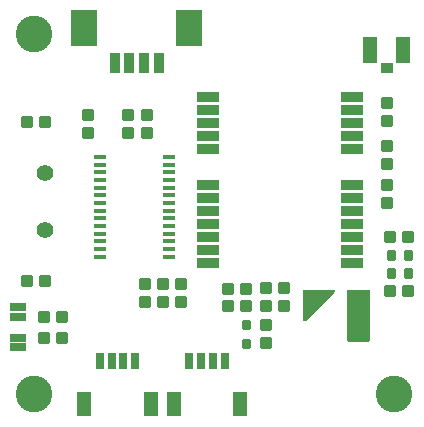
<source format=gbr>
G04 EAGLE Gerber RS-274X export*
G75*
%MOMM*%
%FSLAX34Y34*%
%LPD*%
%INSoldermask Top*%
%IPPOS*%
%AMOC8*
5,1,8,0,0,1.08239X$1,22.5*%
G01*
%ADD10C,3.101600*%
%ADD11C,0.326897*%
%ADD12C,0.280559*%
%ADD13R,0.701600X1.451600*%
%ADD14R,1.301600X2.101600*%
%ADD15R,1.371600X0.736600*%
%ADD16R,1.092200X0.406400*%
%ADD17C,1.422400*%
%ADD18R,1.901600X0.901600*%
%ADD19C,0.257809*%
%ADD20R,1.151600X2.301600*%
%ADD21R,1.101600X0.901600*%
%ADD22C,0.601600*%
%ADD23R,0.901600X1.701600*%
%ADD24R,2.201600X3.101600*%

G36*
X308467Y69087D02*
X308467Y69087D01*
X308503Y69084D01*
X308639Y69107D01*
X308775Y69123D01*
X308809Y69135D01*
X308844Y69140D01*
X308971Y69193D01*
X309101Y69240D01*
X309130Y69260D01*
X309163Y69273D01*
X309275Y69354D01*
X309390Y69429D01*
X309415Y69455D01*
X309443Y69475D01*
X309534Y69580D01*
X309629Y69679D01*
X309647Y69710D01*
X309670Y69736D01*
X309734Y69859D01*
X309804Y69977D01*
X309814Y70011D01*
X309831Y70043D01*
X309865Y70176D01*
X309906Y70308D01*
X309908Y70343D01*
X309917Y70377D01*
X309931Y70582D01*
X309931Y111582D01*
X309927Y111617D01*
X309930Y111653D01*
X309907Y111789D01*
X309891Y111925D01*
X309879Y111959D01*
X309874Y111994D01*
X309821Y112121D01*
X309774Y112251D01*
X309755Y112280D01*
X309741Y112313D01*
X309660Y112425D01*
X309585Y112540D01*
X309559Y112565D01*
X309539Y112593D01*
X309435Y112684D01*
X309335Y112779D01*
X309304Y112797D01*
X309278Y112820D01*
X309155Y112884D01*
X309037Y112954D01*
X309003Y112964D01*
X308971Y112981D01*
X308838Y113015D01*
X308706Y113056D01*
X308671Y113058D01*
X308637Y113067D01*
X308432Y113081D01*
X291432Y113081D01*
X291397Y113077D01*
X291361Y113080D01*
X291225Y113057D01*
X291089Y113041D01*
X291055Y113029D01*
X291020Y113024D01*
X290893Y112971D01*
X290763Y112924D01*
X290734Y112905D01*
X290701Y112891D01*
X290589Y112810D01*
X290474Y112735D01*
X290449Y112709D01*
X290421Y112689D01*
X290330Y112585D01*
X290235Y112485D01*
X290217Y112454D01*
X290194Y112428D01*
X290130Y112305D01*
X290060Y112187D01*
X290050Y112153D01*
X290033Y112121D01*
X289999Y111988D01*
X289958Y111856D01*
X289956Y111821D01*
X289947Y111787D01*
X289933Y111582D01*
X289933Y70582D01*
X289937Y70547D01*
X289934Y70511D01*
X289957Y70375D01*
X289973Y70239D01*
X289985Y70205D01*
X289990Y70170D01*
X290043Y70043D01*
X290090Y69913D01*
X290110Y69884D01*
X290123Y69851D01*
X290204Y69739D01*
X290279Y69624D01*
X290305Y69599D01*
X290325Y69571D01*
X290430Y69480D01*
X290529Y69385D01*
X290560Y69367D01*
X290586Y69344D01*
X290709Y69280D01*
X290827Y69210D01*
X290861Y69200D01*
X290893Y69183D01*
X291026Y69149D01*
X291158Y69108D01*
X291193Y69106D01*
X291227Y69097D01*
X291432Y69083D01*
X308432Y69083D01*
X308467Y69087D01*
G37*
G36*
X254434Y86089D02*
X254434Y86089D01*
X254503Y86084D01*
X254605Y86101D01*
X254710Y86109D01*
X254776Y86129D01*
X254844Y86140D01*
X254940Y86180D01*
X255040Y86211D01*
X255099Y86247D01*
X255163Y86273D01*
X255248Y86334D01*
X255337Y86387D01*
X255416Y86456D01*
X255443Y86475D01*
X255458Y86492D01*
X255492Y86522D01*
X279492Y110522D01*
X279557Y110604D01*
X279629Y110679D01*
X279664Y110739D01*
X279707Y110793D01*
X279751Y110887D01*
X279804Y110977D01*
X279824Y111043D01*
X279854Y111106D01*
X279875Y111208D01*
X279906Y111308D01*
X279911Y111377D01*
X279925Y111444D01*
X279922Y111548D01*
X279930Y111653D01*
X279918Y111721D01*
X279917Y111790D01*
X279890Y111891D01*
X279874Y111994D01*
X279847Y112058D01*
X279830Y112124D01*
X279781Y112217D01*
X279741Y112313D01*
X279700Y112369D01*
X279668Y112430D01*
X279600Y112509D01*
X279539Y112593D01*
X279486Y112639D01*
X279441Y112691D01*
X279356Y112752D01*
X279278Y112820D01*
X279216Y112852D01*
X279160Y112893D01*
X279064Y112932D01*
X278971Y112981D01*
X278905Y112998D01*
X278841Y113025D01*
X278738Y113041D01*
X278637Y113067D01*
X278533Y113074D01*
X278499Y113080D01*
X278477Y113078D01*
X278432Y113081D01*
X254432Y113081D01*
X254397Y113077D01*
X254361Y113080D01*
X254225Y113057D01*
X254089Y113041D01*
X254055Y113029D01*
X254020Y113024D01*
X253893Y112971D01*
X253763Y112924D01*
X253734Y112905D01*
X253701Y112891D01*
X253589Y112810D01*
X253474Y112735D01*
X253449Y112709D01*
X253421Y112689D01*
X253330Y112585D01*
X253235Y112485D01*
X253217Y112454D01*
X253194Y112428D01*
X253130Y112305D01*
X253060Y112187D01*
X253050Y112153D01*
X253033Y112121D01*
X252999Y111988D01*
X252958Y111856D01*
X252956Y111821D01*
X252947Y111787D01*
X252933Y111582D01*
X252933Y87582D01*
X252945Y87479D01*
X252947Y87374D01*
X252965Y87307D01*
X252973Y87239D01*
X253008Y87140D01*
X253034Y87040D01*
X253067Y86979D01*
X253090Y86913D01*
X253147Y86826D01*
X253196Y86734D01*
X253241Y86682D01*
X253279Y86624D01*
X253354Y86552D01*
X253423Y86473D01*
X253479Y86433D01*
X253529Y86385D01*
X253619Y86332D01*
X253704Y86271D01*
X253768Y86245D01*
X253827Y86210D01*
X253927Y86179D01*
X254023Y86140D01*
X254092Y86128D01*
X254158Y86108D01*
X254262Y86101D01*
X254365Y86084D01*
X254434Y86089D01*
G37*
D10*
X25000Y329800D03*
X25000Y25000D03*
X329800Y25000D03*
D11*
X22877Y251443D02*
X16239Y251443D01*
X16239Y258081D01*
X22877Y258081D01*
X22877Y251443D01*
X22877Y254549D02*
X16239Y254549D01*
X16239Y257655D02*
X22877Y257655D01*
X31479Y251443D02*
X38117Y251443D01*
X31479Y251443D02*
X31479Y258081D01*
X38117Y258081D01*
X38117Y251443D01*
X38117Y254549D02*
X31479Y254549D01*
X31479Y257655D02*
X38117Y257655D01*
X22877Y117077D02*
X16239Y117077D01*
X16239Y123715D01*
X22877Y123715D01*
X22877Y117077D01*
X22877Y120183D02*
X16239Y120183D01*
X16239Y123289D02*
X22877Y123289D01*
X31479Y117077D02*
X38117Y117077D01*
X31479Y117077D02*
X31479Y123715D01*
X38117Y123715D01*
X38117Y117077D01*
X38117Y120183D02*
X31479Y120183D01*
X31479Y123289D02*
X38117Y123289D01*
X233917Y102379D02*
X240555Y102379D01*
X240555Y95741D01*
X233917Y95741D01*
X233917Y102379D01*
X233917Y98847D02*
X240555Y98847D01*
X240555Y101953D02*
X233917Y101953D01*
X225315Y102379D02*
X218677Y102379D01*
X225315Y102379D02*
X225315Y95741D01*
X218677Y95741D01*
X218677Y102379D01*
X218677Y98847D02*
X225315Y98847D01*
X225315Y101953D02*
X218677Y101953D01*
X233917Y117365D02*
X240555Y117365D01*
X240555Y110727D01*
X233917Y110727D01*
X233917Y117365D01*
X233917Y113833D02*
X240555Y113833D01*
X240555Y116939D02*
X233917Y116939D01*
X225315Y117365D02*
X218677Y117365D01*
X225315Y117365D02*
X225315Y110727D01*
X218677Y110727D01*
X218677Y117365D01*
X218677Y113833D02*
X225315Y113833D01*
X225315Y116939D02*
X218677Y116939D01*
X193057Y95487D02*
X186419Y95487D01*
X186419Y102125D01*
X193057Y102125D01*
X193057Y95487D01*
X193057Y98593D02*
X186419Y98593D01*
X186419Y101699D02*
X193057Y101699D01*
X201659Y95487D02*
X208297Y95487D01*
X201659Y95487D02*
X201659Y102125D01*
X208297Y102125D01*
X208297Y95487D01*
X208297Y98593D02*
X201659Y98593D01*
X201659Y101699D02*
X208297Y101699D01*
X193057Y110219D02*
X186419Y110219D01*
X186419Y116857D01*
X193057Y116857D01*
X193057Y110219D01*
X193057Y113325D02*
X186419Y113325D01*
X186419Y116431D02*
X193057Y116431D01*
X201659Y110219D02*
X208297Y110219D01*
X201659Y110219D02*
X201659Y116857D01*
X208297Y116857D01*
X208297Y110219D01*
X208297Y113325D02*
X201659Y113325D01*
X201659Y116431D02*
X208297Y116431D01*
X101329Y257539D02*
X101329Y264177D01*
X107967Y264177D01*
X107967Y257539D01*
X101329Y257539D01*
X101329Y260645D02*
X107967Y260645D01*
X107967Y263751D02*
X101329Y263751D01*
X101329Y248937D02*
X101329Y242299D01*
X101329Y248937D02*
X107967Y248937D01*
X107967Y242299D01*
X101329Y242299D01*
X101329Y245405D02*
X107967Y245405D01*
X107967Y248511D02*
X101329Y248511D01*
D12*
X202373Y86353D02*
X202373Y80523D01*
X202373Y86353D02*
X207583Y86353D01*
X207583Y80523D01*
X202373Y80523D01*
X202373Y83189D02*
X207583Y83189D01*
X207583Y85855D02*
X202373Y85855D01*
X202373Y70353D02*
X202373Y64523D01*
X202373Y70353D02*
X207583Y70353D01*
X207583Y64523D01*
X202373Y64523D01*
X202373Y67189D02*
X207583Y67189D01*
X207583Y69855D02*
X202373Y69855D01*
D13*
X81012Y52578D03*
X91012Y52578D03*
X101012Y52578D03*
X111012Y52578D03*
D14*
X124012Y15828D03*
X68012Y15828D03*
D13*
X156704Y52832D03*
X166704Y52832D03*
X176704Y52832D03*
X186704Y52832D03*
D14*
X199704Y16082D03*
X143704Y16082D03*
D15*
X11938Y98044D03*
X11938Y89916D03*
X11938Y64262D03*
X11938Y72390D03*
D11*
X146287Y114537D02*
X146287Y121175D01*
X152925Y121175D01*
X152925Y114537D01*
X146287Y114537D01*
X146287Y117643D02*
X152925Y117643D01*
X152925Y120749D02*
X146287Y120749D01*
X146287Y105935D02*
X146287Y99297D01*
X146287Y105935D02*
X152925Y105935D01*
X152925Y99297D01*
X146287Y99297D01*
X146287Y102403D02*
X152925Y102403D01*
X152925Y105509D02*
X146287Y105509D01*
X123969Y242299D02*
X123969Y248937D01*
X123969Y242299D02*
X117331Y242299D01*
X117331Y248937D01*
X123969Y248937D01*
X123969Y245405D02*
X117331Y245405D01*
X117331Y248511D02*
X123969Y248511D01*
X123969Y257539D02*
X123969Y264177D01*
X123969Y257539D02*
X117331Y257539D01*
X117331Y264177D01*
X123969Y264177D01*
X123969Y260645D02*
X117331Y260645D01*
X117331Y263751D02*
X123969Y263751D01*
X74185Y248937D02*
X74185Y242299D01*
X67547Y242299D01*
X67547Y248937D01*
X74185Y248937D01*
X74185Y245405D02*
X67547Y245405D01*
X67547Y248511D02*
X74185Y248511D01*
X74185Y257539D02*
X74185Y264177D01*
X74185Y257539D02*
X67547Y257539D01*
X67547Y264177D01*
X74185Y264177D01*
X74185Y260645D02*
X67547Y260645D01*
X67547Y263751D02*
X74185Y263751D01*
X37101Y86597D02*
X30463Y86597D01*
X30463Y93235D01*
X37101Y93235D01*
X37101Y86597D01*
X37101Y89703D02*
X30463Y89703D01*
X30463Y92809D02*
X37101Y92809D01*
X45703Y86597D02*
X52341Y86597D01*
X45703Y86597D02*
X45703Y93235D01*
X52341Y93235D01*
X52341Y86597D01*
X52341Y89703D02*
X45703Y89703D01*
X45703Y92809D02*
X52341Y92809D01*
X37101Y69071D02*
X30463Y69071D01*
X30463Y75709D01*
X37101Y75709D01*
X37101Y69071D01*
X37101Y72177D02*
X30463Y72177D01*
X30463Y75283D02*
X37101Y75283D01*
X45703Y69071D02*
X52341Y69071D01*
X45703Y69071D02*
X45703Y75709D01*
X52341Y75709D01*
X52341Y69071D01*
X52341Y72177D02*
X45703Y72177D01*
X45703Y75283D02*
X52341Y75283D01*
X225315Y70883D02*
X225315Y64245D01*
X218677Y64245D01*
X218677Y70883D01*
X225315Y70883D01*
X225315Y67351D02*
X218677Y67351D01*
X218677Y70457D02*
X225315Y70457D01*
X225315Y79485D02*
X225315Y86123D01*
X225315Y79485D02*
X218677Y79485D01*
X218677Y86123D01*
X225315Y86123D01*
X225315Y82591D02*
X218677Y82591D01*
X218677Y85697D02*
X225315Y85697D01*
X131047Y114537D02*
X131047Y121175D01*
X137685Y121175D01*
X137685Y114537D01*
X131047Y114537D01*
X131047Y117643D02*
X137685Y117643D01*
X137685Y120749D02*
X131047Y120749D01*
X131047Y105935D02*
X131047Y99297D01*
X131047Y105935D02*
X137685Y105935D01*
X137685Y99297D01*
X131047Y99297D01*
X131047Y102403D02*
X137685Y102403D01*
X137685Y105509D02*
X131047Y105509D01*
X116061Y114537D02*
X116061Y121175D01*
X122699Y121175D01*
X122699Y114537D01*
X116061Y114537D01*
X116061Y117643D02*
X122699Y117643D01*
X122699Y120749D02*
X116061Y120749D01*
X116061Y105935D02*
X116061Y99297D01*
X116061Y105935D02*
X122699Y105935D01*
X122699Y99297D01*
X116061Y99297D01*
X116061Y102403D02*
X122699Y102403D01*
X122699Y105509D02*
X116061Y105509D01*
D16*
X81058Y225384D03*
X81058Y218884D03*
X81058Y212384D03*
X81058Y205884D03*
X81058Y199384D03*
X81058Y192884D03*
X81058Y186384D03*
X81058Y179884D03*
X81058Y173384D03*
X81058Y166884D03*
X81058Y160384D03*
X81058Y153884D03*
X81058Y147384D03*
X81058Y140884D03*
X139414Y140884D03*
X139414Y147384D03*
X139414Y153884D03*
X139414Y160384D03*
X139414Y166884D03*
X139414Y173384D03*
X139414Y179884D03*
X139414Y186384D03*
X139414Y192884D03*
X139414Y199384D03*
X139414Y205884D03*
X139414Y212384D03*
X139414Y218884D03*
X139414Y225384D03*
D17*
X34544Y163068D03*
X34544Y211328D03*
D18*
X294680Y135740D03*
X294680Y146740D03*
X294680Y157740D03*
X294680Y168740D03*
X294680Y179740D03*
X294680Y190740D03*
X294680Y201740D03*
X294680Y231740D03*
X294680Y242740D03*
X294680Y253740D03*
X294680Y264740D03*
X294680Y275740D03*
X172680Y275740D03*
X172680Y264740D03*
X172680Y253740D03*
X172680Y242740D03*
X172680Y231740D03*
X172680Y201740D03*
X172680Y190740D03*
X172680Y179740D03*
X172680Y168740D03*
X172680Y157740D03*
X172680Y146740D03*
X172680Y135740D03*
D11*
X327169Y183117D02*
X327169Y189755D01*
X327169Y183117D02*
X320531Y183117D01*
X320531Y189755D01*
X327169Y189755D01*
X327169Y186223D02*
X320531Y186223D01*
X320531Y189329D02*
X327169Y189329D01*
X327169Y198357D02*
X327169Y204995D01*
X327169Y198357D02*
X320531Y198357D01*
X320531Y204995D01*
X327169Y204995D01*
X327169Y201463D02*
X320531Y201463D01*
X320531Y204569D02*
X327169Y204569D01*
D19*
X339363Y130473D02*
X344151Y130473D01*
X344151Y124035D01*
X339363Y124035D01*
X339363Y130473D01*
X339363Y126484D02*
X344151Y126484D01*
X344151Y128933D02*
X339363Y128933D01*
X330181Y130473D02*
X325393Y130473D01*
X330181Y130473D02*
X330181Y124035D01*
X325393Y124035D01*
X325393Y130473D01*
X325393Y126484D02*
X330181Y126484D01*
X330181Y128933D02*
X325393Y128933D01*
X339363Y145459D02*
X344151Y145459D01*
X344151Y139021D01*
X339363Y139021D01*
X339363Y145459D01*
X339363Y141470D02*
X344151Y141470D01*
X344151Y143919D02*
X339363Y143919D01*
X330181Y145459D02*
X325393Y145459D01*
X330181Y145459D02*
X330181Y139021D01*
X325393Y139021D01*
X325393Y145459D01*
X325393Y141470D02*
X330181Y141470D01*
X330181Y143919D02*
X325393Y143919D01*
D11*
X338311Y114825D02*
X344949Y114825D01*
X344949Y108187D01*
X338311Y108187D01*
X338311Y114825D01*
X338311Y111293D02*
X344949Y111293D01*
X344949Y114399D02*
X338311Y114399D01*
X329709Y114825D02*
X323071Y114825D01*
X329709Y114825D02*
X329709Y108187D01*
X323071Y108187D01*
X323071Y114825D01*
X323071Y111293D02*
X329709Y111293D01*
X329709Y114399D02*
X323071Y114399D01*
X338565Y161053D02*
X345203Y161053D01*
X345203Y154415D01*
X338565Y154415D01*
X338565Y161053D01*
X338565Y157521D02*
X345203Y157521D01*
X345203Y160627D02*
X338565Y160627D01*
X329963Y161053D02*
X323325Y161053D01*
X329963Y161053D02*
X329963Y154415D01*
X323325Y154415D01*
X323325Y161053D01*
X323325Y157521D02*
X329963Y157521D01*
X329963Y160627D02*
X323325Y160627D01*
X327169Y216391D02*
X327169Y223029D01*
X327169Y216391D02*
X320531Y216391D01*
X320531Y223029D01*
X327169Y223029D01*
X327169Y219497D02*
X320531Y219497D01*
X320531Y222603D02*
X327169Y222603D01*
X327169Y231631D02*
X327169Y238269D01*
X327169Y231631D02*
X320531Y231631D01*
X320531Y238269D01*
X327169Y238269D01*
X327169Y234737D02*
X320531Y234737D01*
X320531Y237843D02*
X327169Y237843D01*
X327169Y252713D02*
X327169Y259351D01*
X327169Y252713D02*
X320531Y252713D01*
X320531Y259351D01*
X327169Y259351D01*
X327169Y255819D02*
X320531Y255819D01*
X320531Y258925D02*
X327169Y258925D01*
X327169Y267953D02*
X327169Y274591D01*
X327169Y267953D02*
X320531Y267953D01*
X320531Y274591D01*
X327169Y274591D01*
X327169Y271059D02*
X320531Y271059D01*
X320531Y274165D02*
X327169Y274165D01*
D20*
X337600Y316230D03*
X310100Y316230D03*
D21*
X323850Y300980D03*
D22*
X260432Y105582D03*
X299432Y90582D03*
D23*
X131064Y304546D03*
X118564Y304546D03*
X106064Y304546D03*
X93564Y304546D03*
D24*
X156564Y334546D03*
X68064Y334546D03*
M02*

</source>
